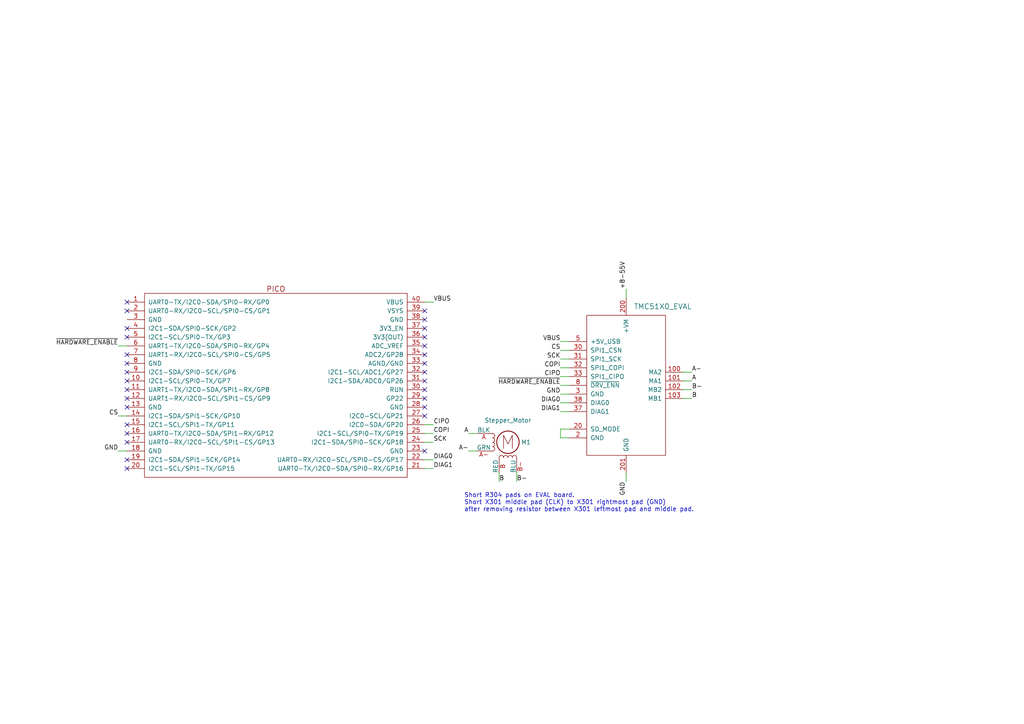
<source format=kicad_sch>
(kicad_sch (version 20230121) (generator eeschema)
  (paper "A4")
  (title_block (title "Trinamic Wiring") (date "2024-07-31") (rev "0.5") (company "Janelia Research Campus"))
  (lib_symbols
    (symbol "Janelia:PICO_HEADERS" (pin_names (offset 1.016))
      (symbol "PICO_HEADERS_0_1"
        (rectangle (start -38.1 26.67) (end 38.1 -26.67))
      )
      (symbol "PICO_HEADERS_1_1"
        (text "PICO" (at 0 27.94 0) (effects (font (size 1.524 1.524))))
        (pin bidirectional line (at -43.18 24.13 0) (length 5.08) (name "UART0-TX/I2C0-SDA/SPI0-RX/GP0") (number "1"))
        (pin bidirectional line (at -43.18 1.27 0) (length 5.08) (name "I2C1-SCL/SPI0-TX/GP7") (number "10"))
        (pin bidirectional line (at -43.18 -1.27 0) (length 5.08) (name "UART1-TX/I2C0-SDA/SPI1-RX/GP8") (number "11"))
        (pin bidirectional line (at -43.18 -3.81 0) (length 5.08) (name "UART1-RX/I2C0-SCL/SPI1-CS/GP9") (number "12"))
        (pin passive line (at -43.18 -6.35 0) (length 5.08) (name "GND") (number "13"))
        (pin bidirectional line (at -43.18 -8.89 0) (length 5.08) (name "I2C1-SDA/SPI1-SCK/GP10") (number "14"))
        (pin bidirectional line (at -43.18 -11.43 0) (length 5.08) (name "I2C1-SCL/SPI1-TX/GP11") (number "15"))
        (pin bidirectional line (at -43.18 -13.97 0) (length 5.08) (name "UART0-TX/I2C0-SDA/SPI1-RX/GP12") (number "16"))
        (pin bidirectional line (at -43.18 -16.51 0) (length 5.08) (name "UART0-RX/I2C0-SCL/SPI1-CS/GP13") (number "17"))
        (pin passive line (at -43.18 -19.05 0) (length 5.08) (name "GND") (number "18"))
        (pin bidirectional line (at -43.18 -21.59 0) (length 5.08) (name "I2C1-SDA/SPI1-SCK/GP14") (number "19"))
        (pin bidirectional line (at -43.18 21.59 0) (length 5.08) (name "UART0-RX/I2C0-SCL/SPI0-CS/GP1") (number "2"))
        (pin bidirectional line (at -43.18 -24.13 0) (length 5.08) (name "I2C1-SCL/SPI1-TX/GP15") (number "20"))
        (pin bidirectional line (at 43.18 -24.13 180) (length 5.08) (name "UART0-TX/I2C0-SDA/SPI0-RX/GP16") (number "21"))
        (pin bidirectional line (at 43.18 -21.59 180) (length 5.08) (name "UART0-RX/I2C0-SCL/SPI0-CS/GP17") (number "22"))
        (pin passive line (at 43.18 -19.05 180) (length 5.08) (name "GND") (number "23"))
        (pin bidirectional line (at 43.18 -16.51 180) (length 5.08) (name "I2C1-SDA/SPI0-SCK/GP18") (number "24"))
        (pin bidirectional line (at 43.18 -13.97 180) (length 5.08) (name "I2C1-SCL/SPI0-TX/GP19") (number "25"))
        (pin bidirectional line (at 43.18 -11.43 180) (length 5.08) (name "I2C0-SDA/GP20") (number "26"))
        (pin bidirectional line (at 43.18 -8.89 180) (length 5.08) (name "I2C0-SCL/GP21") (number "27"))
        (pin passive line (at 43.18 -6.35 180) (length 5.08) (name "GND") (number "28"))
        (pin passive line (at 43.18 -3.81 180) (length 5.08) (name "GP22") (number "29"))
        (pin passive line (at -43.18 19.05 0) (length 5.08) (name "GND") (number "3"))
        (pin passive line (at 43.18 -1.27 180) (length 5.08) (name "RUN") (number "30"))
        (pin passive line (at 43.18 1.27 180) (length 5.08) (name "I2C1-SDA/ADC0/GP26") (number "31"))
        (pin passive line (at 43.18 3.81 180) (length 5.08) (name "I2C1-SCL/ADC1/GP27") (number "32"))
        (pin passive line (at 43.18 6.35 180) (length 5.08) (name "AGND/GND") (number "33"))
        (pin passive line (at 43.18 8.89 180) (length 5.08) (name "ADC2/GP28") (number "34"))
        (pin passive line (at 43.18 11.43 180) (length 5.08) (name "ADC_VREF") (number "35"))
        (pin passive line (at 43.18 13.97 180) (length 5.08) (name "3V3(OUT)") (number "36"))
        (pin passive line (at 43.18 16.51 180) (length 5.08) (name "3V3_EN") (number "37"))
        (pin passive line (at 43.18 19.05 180) (length 5.08) (name "GND") (number "38"))
        (pin passive line (at 43.18 21.59 180) (length 5.08) (name "VSYS") (number "39"))
        (pin bidirectional line (at -43.18 16.51 0) (length 5.08) (name "I2C1-SDA/SPI0-SCK/GP2") (number "4"))
        (pin passive line (at 43.18 24.13 180) (length 5.08) (name "VBUS") (number "40"))
        (pin bidirectional line (at -43.18 13.97 0) (length 5.08) (name "I2C1-SCL/SPI0-TX/GP3") (number "5"))
        (pin bidirectional line (at -43.18 11.43 0) (length 5.08) (name "UART1-TX/I2C0-SDA/SPI0-RX/GP4") (number "6"))
        (pin bidirectional line (at -43.18 8.89 0) (length 5.08) (name "UART1-RX/I2C0-SCL/SPI0-CS/GP5") (number "7"))
        (pin passive line (at -43.18 6.35 0) (length 5.08) (name "GND") (number "8"))
        (pin bidirectional line (at -43.18 3.81 0) (length 5.08) (name "I2C1-SDA/SPI0-SCK/GP6") (number "9"))
      )
    )
    (symbol "Janelia:Stepper_Motor_QSH2818-32-07-006" (pin_names (offset 0))
      (property "Reference" "M" (at 3.81 0 0))
      (property "Value" "Stepper_Motor_QSH2818-32-07-006" (at 0 6.35 0))
      (symbol "Stepper_Motor_QSH2818-32-07-006_0_0"
        (polyline (pts (xy -1.27 -1.778) (xy -1.27 2.032) (xy 0 -0.508) (xy 1.27 2.032) (xy 1.27 -1.778)))
      )
      (symbol "Stepper_Motor_QSH2818-32-07-006_0_1"
        (arc (start -4.445 -2.54) (mid -3.8127 -1.905) (end -4.445 -1.27))
        (arc (start -4.445 -1.27) (mid -3.8127 -0.635) (end -4.445 0))
        (arc (start -4.445 0) (mid -3.8127 0.635) (end -4.445 1.27))
        (arc (start -4.445 1.27) (mid -3.8127 1.905) (end -4.445 2.54))
        (arc (start -1.27 -4.445) (mid -1.905 -3.8127) (end -2.54 -4.445))
        (arc (start 0 -4.445) (mid -0.635 -3.8127) (end -1.27 -4.445))
        (polyline (pts (xy -5.08 -2.54) (xy -4.445 -2.54)))
        (polyline (pts (xy -5.08 2.54) (xy -4.445 2.54)))
        (polyline (pts (xy -2.54 -5.08) (xy -2.54 -4.445)))
        (polyline (pts (xy 2.54 -5.08) (xy 2.54 -4.445)))
        (circle (center 0 0) (radius 3.2512) (stroke (width 0.254)))
        (arc (start 1.27 -4.445) (mid 0.635 -3.8127) (end 0 -4.445))
        (arc (start 2.54 -4.445) (mid 1.905 -3.8127) (end 1.27 -4.445))
      )
      (symbol "Stepper_Motor_QSH2818-32-07-006_1_1"
        (pin passive line (at -8.89 2.54 0) (length 3.81) (name "BLK") (number "A"))
        (pin passive line (at -8.89 -2.54 0) (length 3.81) (name "GRN") (number "A-"))
        (pin passive line (at -2.54 -8.89 90) (length 3.81) (name "RED") (number "B"))
        (pin passive line (at 2.54 -8.89 90) (length 3.81) (name "BLU") (number "B-"))
      )
    )
    (symbol "Janelia:TMC51X0_EVAL" (pin_names (offset 1.016))
      (property "Value" "TMC51X0_EVAL" (at 3.81 0 90))
      (symbol "TMC51X0_EVAL_0_1"
        (rectangle (start -11.43 20.32) (end 11.43 -20.32))
      )
      (symbol "TMC51X0_EVAL_1_1"
        (pin power_out line (at 16.51 3.81 180) (length 5.08) (name "MA2") (number "100"))
        (pin power_out line (at 16.51 1.27 180) (length 5.08) (name "MA1") (number "101"))
        (pin power_out line (at 16.51 -1.27 180) (length 5.08) (name "MB2") (number "102"))
        (pin power_out line (at 16.51 -3.81 180) (length 5.08) (name "MB1") (number "103"))
        (pin power_in line (at -16.51 -15.24 0) (length 5.08) (name "GND") (number "2"))
        (pin input line (at -16.51 -12.7 0) (length 5.08) (name "SD_MODE") (number "20"))
        (pin power_in line (at 0 25.4 270) (length 5.08) (name "+VM") (number "200"))
        (pin power_in line (at 0 -25.4 90) (length 5.08) (name "GND") (number "201"))
        (pin power_in line (at -16.51 -2.54 0) (length 5.08) (name "GND") (number "3"))
        (pin input line (at -16.51 10.16 0) (length 5.08) (name "SPI1_CSN") (number "30"))
        (pin input line (at -16.51 7.62 0) (length 5.08) (name "SPI1_SCK") (number "31"))
        (pin input line (at -16.51 5.08 0) (length 5.08) (name "SPI1_COPI") (number "32"))
        (pin output line (at -16.51 2.54 0) (length 5.08) (name "SPI1_CIPO") (number "33"))
        (pin output line (at -16.51 -7.62 0) (length 5.08) (name "DIAG1") (number "37"))
        (pin output line (at -16.51 -5.08 0) (length 5.08) (name "DIAG0") (number "38"))
        (pin power_in line (at -16.51 12.7 0) (length 5.08) (name "+5V_USB") (number "5"))
        (pin input line (at -16.51 0 0) (length 5.08) (name "~{DRV_ENN}") (number "8"))
      )
    )
  )
  (no_connect (at 123.19 90.17))
  (no_connect (at 123.19 118.11))
  (no_connect (at 123.19 130.81))
  (no_connect (at 36.83 115.57))
  (no_connect (at 36.83 125.73))
  (no_connect (at 123.19 97.79))
  (no_connect (at 36.83 128.27))
  (no_connect (at 36.83 135.89))
  (no_connect (at 123.19 92.71))
  (no_connect (at 36.83 87.63))
  (no_connect (at 36.83 105.41))
  (no_connect (at 36.83 102.87))
  (no_connect (at 36.83 107.95))
  (no_connect (at 36.83 110.49))
  (no_connect (at 36.83 113.03))
  (no_connect (at 123.19 100.33))
  (no_connect (at 123.19 95.25))
  (no_connect (at 123.19 115.57))
  (no_connect (at 123.19 113.03))
  (no_connect (at 123.19 110.49))
  (no_connect (at 123.19 107.95))
  (no_connect (at 123.19 105.41))
  (no_connect (at 123.19 102.87))
  (no_connect (at 36.83 95.25))
  (no_connect (at 36.83 118.11))
  (no_connect (at 123.19 120.65))
  (no_connect (at 36.83 123.19))
  (no_connect (at 36.83 90.17))
  (no_connect (at 36.83 97.79))
  (no_connect (at 36.83 133.35))
  (wire (pts (xy 198.12 115.57) (xy 200.66 115.57)))
  (wire (pts (xy 123.19 133.35) (xy 125.73 133.35)))
  (wire (pts (xy 165.1 116.84) (xy 162.56 116.84)))
  (wire (pts (xy 162.56 109.22) (xy 165.1 109.22)))
  (wire (pts (xy 135.89 125.73) (xy 138.43 125.73)))
  (wire (pts (xy 162.56 101.6) (xy 165.1 101.6)))
  (wire (pts (xy 34.29 120.65) (xy 36.83 120.65)))
  (wire (pts (xy 125.73 125.73) (xy 123.19 125.73)))
  (wire (pts (xy 144.78 137.16) (xy 144.78 139.7)))
  (wire (pts (xy 34.29 130.81) (xy 36.83 130.81)))
  (wire (pts (xy 165.1 127) (xy 162.56 127)))
  (wire (pts (xy 135.89 130.81) (xy 138.43 130.81)))
  (wire (pts (xy 165.1 104.14) (xy 162.56 104.14)))
  (wire (pts (xy 162.56 106.68) (xy 165.1 106.68)))
  (wire (pts (xy 123.19 87.63) (xy 125.73 87.63)))
  (wire (pts (xy 149.86 137.16) (xy 149.86 139.7)))
  (wire (pts (xy 125.73 123.19) (xy 123.19 123.19)))
  (wire (pts (xy 198.12 107.95) (xy 200.66 107.95)))
  (wire (pts (xy 162.56 127) (xy 162.56 124.46)))
  (wire (pts (xy 181.61 137.16) (xy 181.61 139.7)))
  (wire (pts (xy 181.61 86.36) (xy 181.61 83.82)))
  (wire (pts (xy 165.1 114.3) (xy 162.56 114.3)))
  (wire (pts (xy 162.56 124.46) (xy 165.1 124.46)))
  (wire (pts (xy 162.56 111.76) (xy 165.1 111.76)))
  (wire (pts (xy 198.12 110.49) (xy 200.66 110.49)))
  (wire (pts (xy 165.1 119.38) (xy 162.56 119.38)))
  (wire (pts (xy 123.19 128.27) (xy 125.73 128.27)))
  (wire (pts (xy 34.29 100.33) (xy 36.83 100.33)))
  (wire (pts (xy 165.1 99.06) (xy 162.56 99.06)))
  (wire (pts (xy 198.12 113.03) (xy 200.66 113.03)))
  (wire (pts (xy 123.19 135.89) (xy 125.73 135.89)))
  (text "Short R304 pads on EVAL board.\nShort X301 middle pad (CLK) to X301 rightmost pad (GND)\nafter removing resistor between X301 leftmost pad and middle pad. " (at 134.62 148.59 0) (effects (font (size 1.27 1.27)) (justify left bottom)))
  (label "SCK" (at 125.73 128.27 0))
  (label "GND" (at 34.29 130.81 180))
  (label "A" (at 200.66 110.49 0))
  (label "CIPO" (at 162.56 109.22 180))
  (label "VBUS" (at 162.56 99.06 180))
  (label "DIAG0" (at 162.56 116.84 180))
  (label "COPI" (at 162.56 106.68 180))
  (label "A-" (at 200.66 107.95 0))
  (label "B-" (at 149.86 139.7 0))
  (label "CIPO" (at 125.73 123.19 0))
  (label "B-" (at 200.66 113.03 0))
  (label "GND" (at 181.61 139.7 270))
  (label "GND" (at 162.56 114.3 180))
  (label "CS" (at 162.56 101.6 180))
  (label "COPI" (at 125.73 125.73 0))
  (label "DIAG1" (at 125.73 135.89 0))
  (label "CS" (at 34.29 120.65 180))
  (label "~{HARDWARE_ENABLE}" (at 34.29 100.33 180))
  (label "A-" (at 135.89 130.81 180))
  (label "DIAG1" (at 162.56 119.38 180))
  (label "~{HARDWARE_ENABLE}" (at 162.56 111.76 180))
  (label "VBUS" (at 125.73 87.63 0))
  (label "B" (at 200.66 115.57 0))
  (label "+8-55V" (at 181.61 83.82 90))
  (label "B" (at 144.78 139.7 0))
  (label "DIAG0" (at 125.73 133.35 0))
  (label "SCK" (at 162.56 104.14 180))
  (label "A" (at 135.89 125.73 180))
  (symbol (lib_id "Janelia:Stepper_Motor_QSH2818-32-07-006") (at 147.32 128.27 0) (unit 1)
    (property "Reference" "M1" (at 151.13 128.27 0) (effects (justify left)))
    (property "Value" "Stepper_Motor" (at 147.32 121.92 0))
    (property "Manufacturer" "Trinamic Motion Control" (effects hide))
    (property "Manufacturer Part Number" "QSH2818-32-07-006" (effects hide))
    (property "Vendor" "Digi-Key" (effects hide))
    (property "Vendor Part Number" "1460-1072-ND" (effects hide))
  )
  (symbol (lib_id "Janelia:PICO_HEADERS") (at 80.01 111.76 0) (unit 1)
    (property "Reference" "A3" (effects hide))
    (property "Value" "PICO_HEADERS" (effects hide))
    (property "Footprint" "Janelia:PICO_HEADERS" (effects hide))
    (property "Vendor" "Digi-Key" (effects hide))
    (property "Sim.Enable" "0" (effects hide))
  )
  (symbol (lib_id "Janelia:TMC51X0_EVAL") (at 181.61 111.76 0) (unit 1)
    (property "Reference" "EVAL1" (effects hide))
    (property "Value" "TMC51X0_EVAL" (at 183.8041 88.9 0) (effects (font (size 1.524 1.524)) (justify left)))
    (property "Vendor" "Digi-Key" (effects hide))
    (property "Vendor Part Number" "505-TMC5160-EVAL-KIT-ND" (effects hide))
    (property "Synopsis" "EVAL KIT FOR TMC5160" (effects hide))
    (property "Manufacturer" "Analog Devices Inc." (effects hide))
    (property "Manufacturer Part Number" "TMC5160-EVAL-KIT" (effects hide))
    (property "Sim.Enable" "0" (effects hide))
  )
)
</source>
